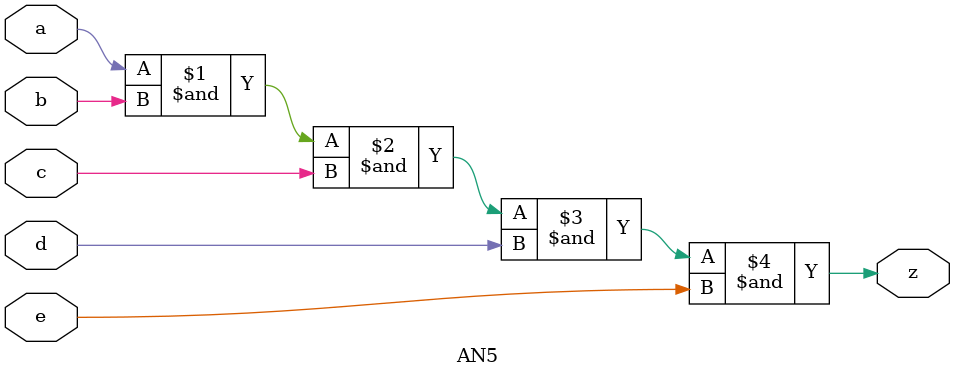
<source format=v>
module	AN5(a, b, c, d, e, z);

input	a, b, c, d, e;
output	z;

and #1 g1(z, a, b, c, d, e);

endmodule

</source>
